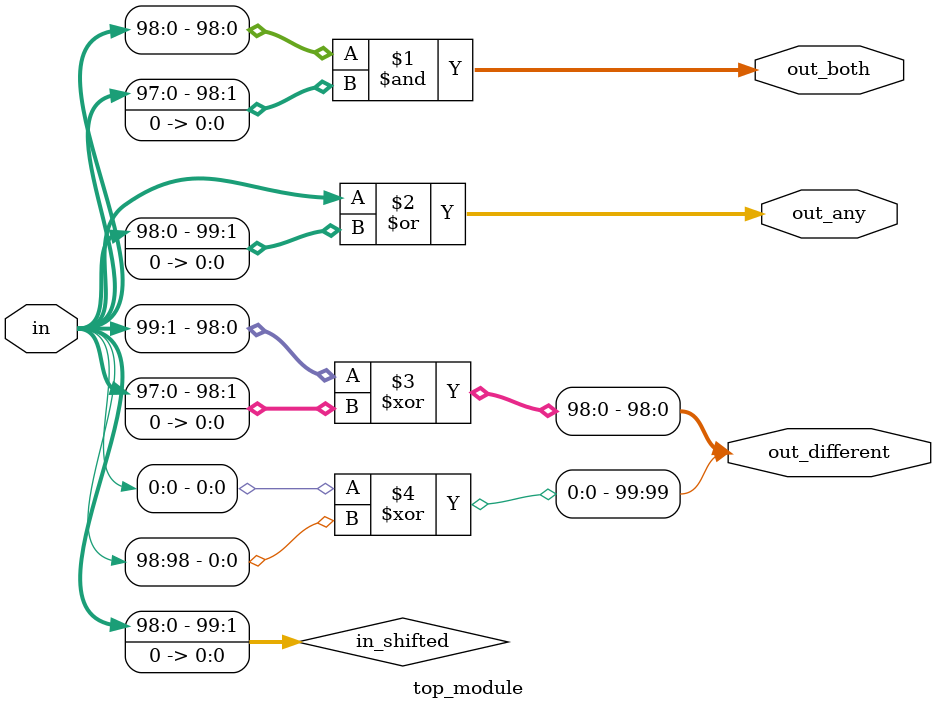
<source format=sv>
module top_module (
    input [99:0] in,
    output [98:0] out_both,
    output [99:0] out_any,
    output [99:0] out_different
);
    wire [99:0] in_shifted;

    assign in_shifted = {in[98:0], 1'b0}; // shift input by one bit to the right
    
    assign out_both = in[98:0] & in_shifted[98:0];
    assign out_any = in | in_shifted;
    assign out_different = {in[0] ^ in_shifted[99], in[99:1] ^ in_shifted[98:0]}; // Generate out_different

endmodule

</source>
